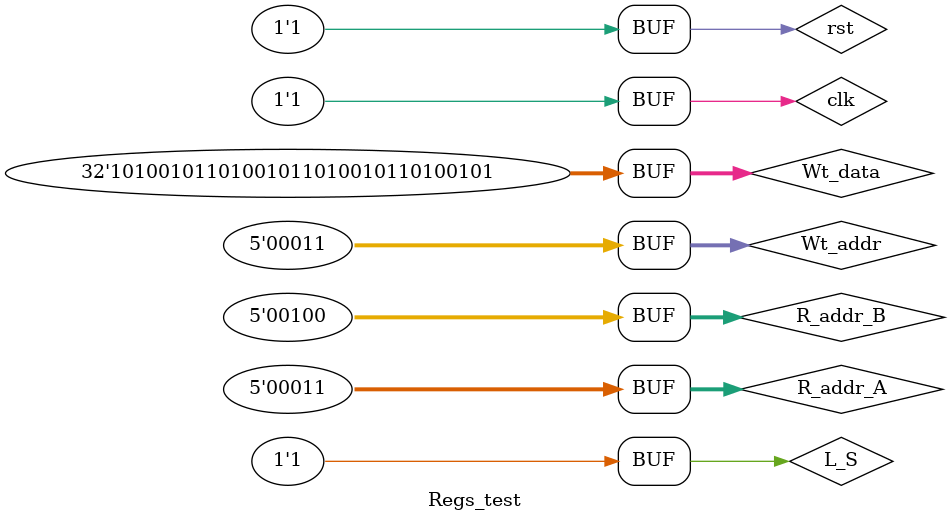
<source format=v>
`timescale 1ns / 1ps


module Regs_test;

	// Inputs
	reg clk;
	reg rst;
	reg L_S;
	reg [4:0] R_addr_A;
	reg [4:0] R_addr_B;
	reg [4:0] Wt_addr;
	reg [31:0] Wt_data;

	// Outputs
	wire [31:0] rdata_A;
	wire [31:0] rdata_B;

	// Instantiate the Unit Under Test (UUT)
	Regs uut (
		.clk(clk), 
		.rst(rst), 
		.L_S(L_S), 
		.R_addr_A(R_addr_A), 
		.R_addr_B(R_addr_B), 
		.Wt_addr(Wt_addr), 
		.Wt_data(Wt_data), 
		.rdata_A(rdata_A), 
		.rdata_B(rdata_B)
	);
	

	initial begin
		// Initialize Inputs
		clk = 0;
		rst = 0;
		L_S = 0;
		R_addr_A = 0;
		R_addr_B = 0;
		Wt_addr = 0;
		Wt_data = 0;

		// Wait 100 ns for global reset to finish
		#60;
		R_addr_A = 3;
		#100;
		R_addr_B = 4;
		#100;
		L_S = 1;
		Wt_data = 32'hA5A5A5A5;
		#100;
		Wt_addr = 3;
		#100;
		rst = 1;
	end
   always begin
		clk=0;#50;
		clk=1;#50;
	end   
endmodule


</source>
